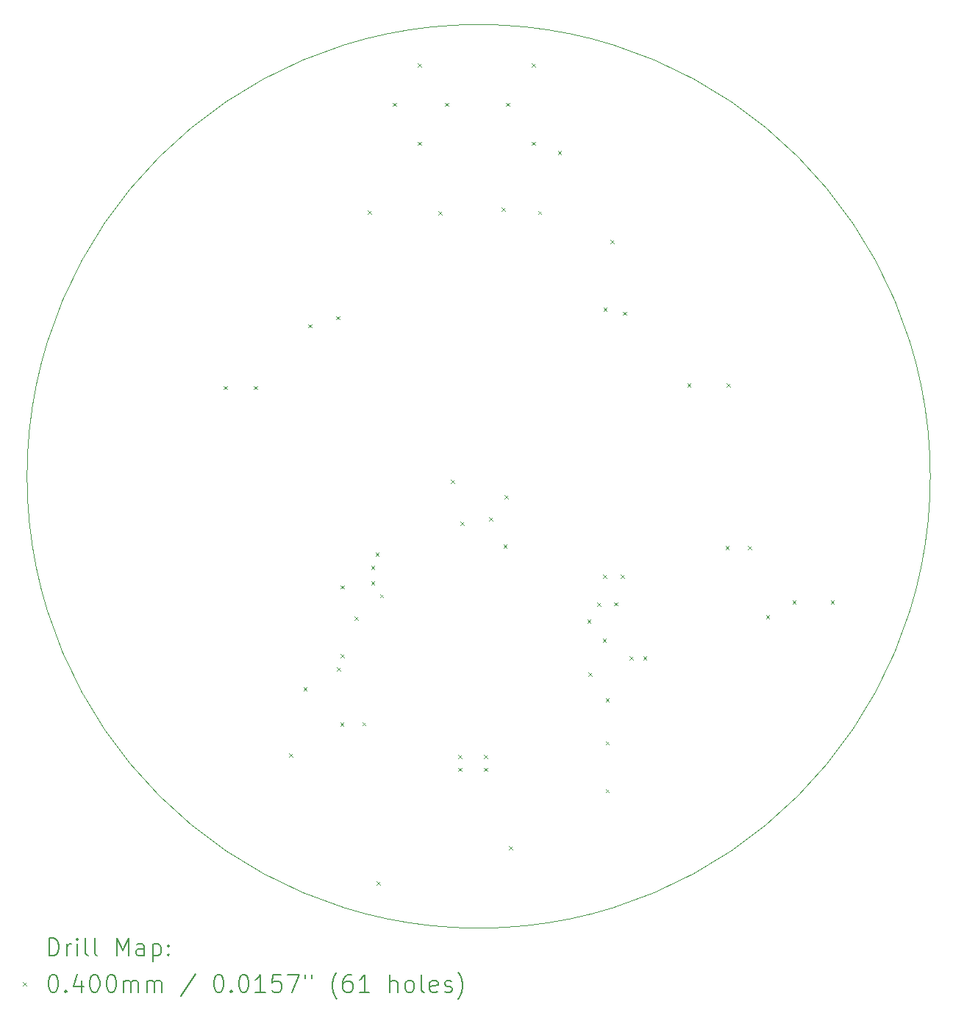
<source format=gbr>
%TF.GenerationSoftware,KiCad,Pcbnew,7.0.9*%
%TF.CreationDate,2024-01-26T12:36:04+01:00*%
%TF.ProjectId,maglev26,6d61676c-6576-4323-962e-6b696361645f,1.0*%
%TF.SameCoordinates,Original*%
%TF.FileFunction,Drillmap*%
%TF.FilePolarity,Positive*%
%FSLAX45Y45*%
G04 Gerber Fmt 4.5, Leading zero omitted, Abs format (unit mm)*
G04 Created by KiCad (PCBNEW 7.0.9) date 2024-01-26 12:36:04*
%MOMM*%
%LPD*%
G01*
G04 APERTURE LIST*
%ADD10C,0.100000*%
%ADD11C,0.200000*%
G04 APERTURE END LIST*
D10*
X19818250Y-9925000D02*
G75*
G03*
X19818250Y-9925000I-5200000J0D01*
G01*
D11*
D10*
X11680000Y-8884040D02*
X11720000Y-8924040D01*
X11720000Y-8884040D02*
X11680000Y-8924040D01*
X12030000Y-8884040D02*
X12070000Y-8924040D01*
X12070000Y-8884040D02*
X12030000Y-8924040D01*
X12437400Y-13113100D02*
X12477400Y-13153100D01*
X12477400Y-13113100D02*
X12437400Y-13153100D01*
X12600000Y-12354040D02*
X12640000Y-12394040D01*
X12640000Y-12354040D02*
X12600000Y-12394040D01*
X12654600Y-8174040D02*
X12694600Y-8214040D01*
X12694600Y-8174040D02*
X12654600Y-8214040D01*
X12980000Y-8080000D02*
X13020000Y-8120000D01*
X13020000Y-8080000D02*
X12980000Y-8120000D01*
X12984800Y-12121200D02*
X13024800Y-12161200D01*
X13024800Y-12121200D02*
X12984800Y-12161200D01*
X13022900Y-12758740D02*
X13062900Y-12798740D01*
X13062900Y-12758740D02*
X13022900Y-12798740D01*
X13030000Y-11180000D02*
X13070000Y-11220000D01*
X13070000Y-11180000D02*
X13030000Y-11220000D01*
X13030000Y-11968800D02*
X13070000Y-12008800D01*
X13070000Y-11968800D02*
X13030000Y-12008800D01*
X13188000Y-11537000D02*
X13228000Y-11577000D01*
X13228000Y-11537000D02*
X13188000Y-11577000D01*
X13276900Y-12753660D02*
X13316900Y-12793660D01*
X13316900Y-12753660D02*
X13276900Y-12793660D01*
X13340400Y-6863400D02*
X13380400Y-6903400D01*
X13380400Y-6863400D02*
X13340400Y-6903400D01*
X13380000Y-10952800D02*
X13420000Y-10992800D01*
X13420000Y-10952800D02*
X13380000Y-10992800D01*
X13380000Y-11130600D02*
X13420000Y-11170600D01*
X13420000Y-11130600D02*
X13380000Y-11170600D01*
X13430000Y-10800400D02*
X13470000Y-10840400D01*
X13470000Y-10800400D02*
X13430000Y-10840400D01*
X13442000Y-14585000D02*
X13482000Y-14625000D01*
X13482000Y-14585000D02*
X13442000Y-14625000D01*
X13480000Y-11280000D02*
X13520000Y-11320000D01*
X13520000Y-11280000D02*
X13480000Y-11320000D01*
X13630000Y-5624040D02*
X13670000Y-5664040D01*
X13670000Y-5624040D02*
X13630000Y-5664040D01*
X13920000Y-5174040D02*
X13960000Y-5214040D01*
X13960000Y-5174040D02*
X13920000Y-5214040D01*
X13920000Y-6074040D02*
X13960000Y-6114040D01*
X13960000Y-6074040D02*
X13920000Y-6114040D01*
X14153200Y-6876100D02*
X14193200Y-6916100D01*
X14193200Y-6876100D02*
X14153200Y-6916100D01*
X14230000Y-5624040D02*
X14270000Y-5664040D01*
X14270000Y-5624040D02*
X14230000Y-5664040D01*
X14295440Y-9964560D02*
X14335440Y-10004560D01*
X14335440Y-9964560D02*
X14295440Y-10004560D01*
X14380000Y-13130000D02*
X14420000Y-13170000D01*
X14420000Y-13130000D02*
X14380000Y-13170000D01*
X14380000Y-13280000D02*
X14420000Y-13320000D01*
X14420000Y-13280000D02*
X14380000Y-13320000D01*
X14407200Y-10444800D02*
X14447200Y-10484800D01*
X14447200Y-10444800D02*
X14407200Y-10484800D01*
X14680000Y-13130000D02*
X14720000Y-13170000D01*
X14720000Y-13130000D02*
X14680000Y-13170000D01*
X14680000Y-13280000D02*
X14720000Y-13320000D01*
X14720000Y-13280000D02*
X14680000Y-13320000D01*
X14737400Y-10394000D02*
X14777400Y-10434000D01*
X14777400Y-10394000D02*
X14737400Y-10434000D01*
X14880000Y-6830000D02*
X14920000Y-6870000D01*
X14920000Y-6830000D02*
X14880000Y-6870000D01*
X14902500Y-10711500D02*
X14942500Y-10751500D01*
X14942500Y-10711500D02*
X14902500Y-10751500D01*
X14913600Y-10139999D02*
X14953600Y-10179999D01*
X14953600Y-10139999D02*
X14913600Y-10179999D01*
X14930000Y-5624040D02*
X14970000Y-5664040D01*
X14970000Y-5624040D02*
X14930000Y-5664040D01*
X14966001Y-14177715D02*
X15006001Y-14217715D01*
X15006001Y-14177715D02*
X14966001Y-14217715D01*
X15230000Y-5174040D02*
X15270000Y-5214040D01*
X15270000Y-5174040D02*
X15230000Y-5214040D01*
X15230000Y-6074040D02*
X15270000Y-6114040D01*
X15270000Y-6074040D02*
X15230000Y-6114040D01*
X15301000Y-6869040D02*
X15341000Y-6909040D01*
X15341000Y-6869040D02*
X15301000Y-6909040D01*
X15530000Y-6180000D02*
X15570000Y-6220000D01*
X15570000Y-6180000D02*
X15530000Y-6220000D01*
X15867700Y-11575100D02*
X15907700Y-11615100D01*
X15907700Y-11575100D02*
X15867700Y-11615100D01*
X15880000Y-12180000D02*
X15920000Y-12220000D01*
X15920000Y-12180000D02*
X15880000Y-12220000D01*
X15980000Y-11380000D02*
X16020000Y-11420000D01*
X16020000Y-11380000D02*
X15980000Y-11420000D01*
X16045500Y-11791000D02*
X16085500Y-11831000D01*
X16085500Y-11791000D02*
X16045500Y-11831000D01*
X16048000Y-11056040D02*
X16088000Y-11096040D01*
X16088000Y-11056040D02*
X16048000Y-11096040D01*
X16055000Y-7980000D02*
X16095000Y-8020000D01*
X16095000Y-7980000D02*
X16055000Y-8020000D01*
X16080000Y-12480000D02*
X16120000Y-12520000D01*
X16120000Y-12480000D02*
X16080000Y-12520000D01*
X16080000Y-12974040D02*
X16120000Y-13014040D01*
X16120000Y-12974040D02*
X16080000Y-13014040D01*
X16080000Y-13524040D02*
X16120000Y-13564040D01*
X16120000Y-13524040D02*
X16080000Y-13564040D01*
X16134400Y-7206300D02*
X16174400Y-7246300D01*
X16174400Y-7206300D02*
X16134400Y-7246300D01*
X16180000Y-11374040D02*
X16220000Y-11414040D01*
X16220000Y-11374040D02*
X16180000Y-11414040D01*
X16254999Y-11055000D02*
X16294999Y-11095000D01*
X16294999Y-11055000D02*
X16254999Y-11095000D01*
X16280000Y-8030000D02*
X16320000Y-8070000D01*
X16320000Y-8030000D02*
X16280000Y-8070000D01*
X16357920Y-11994200D02*
X16397920Y-12034200D01*
X16397920Y-11994200D02*
X16357920Y-12034200D01*
X16511620Y-11997980D02*
X16551620Y-12037980D01*
X16551620Y-11997980D02*
X16511620Y-12037980D01*
X17020000Y-8854040D02*
X17060000Y-8894040D01*
X17060000Y-8854040D02*
X17020000Y-8894040D01*
X17460280Y-10724040D02*
X17500280Y-10764040D01*
X17500280Y-10724040D02*
X17460280Y-10764040D01*
X17470000Y-8854040D02*
X17510000Y-8894040D01*
X17510000Y-8854040D02*
X17470000Y-8894040D01*
X17719360Y-10724040D02*
X17759360Y-10764040D01*
X17759360Y-10724040D02*
X17719360Y-10764040D01*
X17925100Y-11524140D02*
X17965100Y-11564140D01*
X17965100Y-11524140D02*
X17925100Y-11564140D01*
X18230000Y-11354040D02*
X18270000Y-11394040D01*
X18270000Y-11354040D02*
X18230000Y-11394040D01*
X18670000Y-11354040D02*
X18710000Y-11394040D01*
X18710000Y-11354040D02*
X18670000Y-11394040D01*
D11*
X9674027Y-15441484D02*
X9674027Y-15241484D01*
X9674027Y-15241484D02*
X9721646Y-15241484D01*
X9721646Y-15241484D02*
X9750217Y-15251008D01*
X9750217Y-15251008D02*
X9769265Y-15270055D01*
X9769265Y-15270055D02*
X9778789Y-15289103D01*
X9778789Y-15289103D02*
X9788313Y-15327198D01*
X9788313Y-15327198D02*
X9788313Y-15355769D01*
X9788313Y-15355769D02*
X9778789Y-15393865D01*
X9778789Y-15393865D02*
X9769265Y-15412912D01*
X9769265Y-15412912D02*
X9750217Y-15431960D01*
X9750217Y-15431960D02*
X9721646Y-15441484D01*
X9721646Y-15441484D02*
X9674027Y-15441484D01*
X9874027Y-15441484D02*
X9874027Y-15308150D01*
X9874027Y-15346246D02*
X9883551Y-15327198D01*
X9883551Y-15327198D02*
X9893074Y-15317674D01*
X9893074Y-15317674D02*
X9912122Y-15308150D01*
X9912122Y-15308150D02*
X9931170Y-15308150D01*
X9997836Y-15441484D02*
X9997836Y-15308150D01*
X9997836Y-15241484D02*
X9988313Y-15251008D01*
X9988313Y-15251008D02*
X9997836Y-15260531D01*
X9997836Y-15260531D02*
X10007360Y-15251008D01*
X10007360Y-15251008D02*
X9997836Y-15241484D01*
X9997836Y-15241484D02*
X9997836Y-15260531D01*
X10121646Y-15441484D02*
X10102598Y-15431960D01*
X10102598Y-15431960D02*
X10093074Y-15412912D01*
X10093074Y-15412912D02*
X10093074Y-15241484D01*
X10226408Y-15441484D02*
X10207360Y-15431960D01*
X10207360Y-15431960D02*
X10197836Y-15412912D01*
X10197836Y-15412912D02*
X10197836Y-15241484D01*
X10454979Y-15441484D02*
X10454979Y-15241484D01*
X10454979Y-15241484D02*
X10521646Y-15384341D01*
X10521646Y-15384341D02*
X10588313Y-15241484D01*
X10588313Y-15241484D02*
X10588313Y-15441484D01*
X10769265Y-15441484D02*
X10769265Y-15336722D01*
X10769265Y-15336722D02*
X10759741Y-15317674D01*
X10759741Y-15317674D02*
X10740694Y-15308150D01*
X10740694Y-15308150D02*
X10702598Y-15308150D01*
X10702598Y-15308150D02*
X10683551Y-15317674D01*
X10769265Y-15431960D02*
X10750217Y-15441484D01*
X10750217Y-15441484D02*
X10702598Y-15441484D01*
X10702598Y-15441484D02*
X10683551Y-15431960D01*
X10683551Y-15431960D02*
X10674027Y-15412912D01*
X10674027Y-15412912D02*
X10674027Y-15393865D01*
X10674027Y-15393865D02*
X10683551Y-15374817D01*
X10683551Y-15374817D02*
X10702598Y-15365293D01*
X10702598Y-15365293D02*
X10750217Y-15365293D01*
X10750217Y-15365293D02*
X10769265Y-15355769D01*
X10864503Y-15308150D02*
X10864503Y-15508150D01*
X10864503Y-15317674D02*
X10883551Y-15308150D01*
X10883551Y-15308150D02*
X10921646Y-15308150D01*
X10921646Y-15308150D02*
X10940694Y-15317674D01*
X10940694Y-15317674D02*
X10950217Y-15327198D01*
X10950217Y-15327198D02*
X10959741Y-15346246D01*
X10959741Y-15346246D02*
X10959741Y-15403388D01*
X10959741Y-15403388D02*
X10950217Y-15422436D01*
X10950217Y-15422436D02*
X10940694Y-15431960D01*
X10940694Y-15431960D02*
X10921646Y-15441484D01*
X10921646Y-15441484D02*
X10883551Y-15441484D01*
X10883551Y-15441484D02*
X10864503Y-15431960D01*
X11045455Y-15422436D02*
X11054979Y-15431960D01*
X11054979Y-15431960D02*
X11045455Y-15441484D01*
X11045455Y-15441484D02*
X11035932Y-15431960D01*
X11035932Y-15431960D02*
X11045455Y-15422436D01*
X11045455Y-15422436D02*
X11045455Y-15441484D01*
X11045455Y-15317674D02*
X11054979Y-15327198D01*
X11054979Y-15327198D02*
X11045455Y-15336722D01*
X11045455Y-15336722D02*
X11035932Y-15327198D01*
X11035932Y-15327198D02*
X11045455Y-15317674D01*
X11045455Y-15317674D02*
X11045455Y-15336722D01*
D10*
X9373250Y-15750000D02*
X9413250Y-15790000D01*
X9413250Y-15750000D02*
X9373250Y-15790000D01*
D11*
X9712122Y-15661484D02*
X9731170Y-15661484D01*
X9731170Y-15661484D02*
X9750217Y-15671008D01*
X9750217Y-15671008D02*
X9759741Y-15680531D01*
X9759741Y-15680531D02*
X9769265Y-15699579D01*
X9769265Y-15699579D02*
X9778789Y-15737674D01*
X9778789Y-15737674D02*
X9778789Y-15785293D01*
X9778789Y-15785293D02*
X9769265Y-15823388D01*
X9769265Y-15823388D02*
X9759741Y-15842436D01*
X9759741Y-15842436D02*
X9750217Y-15851960D01*
X9750217Y-15851960D02*
X9731170Y-15861484D01*
X9731170Y-15861484D02*
X9712122Y-15861484D01*
X9712122Y-15861484D02*
X9693074Y-15851960D01*
X9693074Y-15851960D02*
X9683551Y-15842436D01*
X9683551Y-15842436D02*
X9674027Y-15823388D01*
X9674027Y-15823388D02*
X9664503Y-15785293D01*
X9664503Y-15785293D02*
X9664503Y-15737674D01*
X9664503Y-15737674D02*
X9674027Y-15699579D01*
X9674027Y-15699579D02*
X9683551Y-15680531D01*
X9683551Y-15680531D02*
X9693074Y-15671008D01*
X9693074Y-15671008D02*
X9712122Y-15661484D01*
X9864503Y-15842436D02*
X9874027Y-15851960D01*
X9874027Y-15851960D02*
X9864503Y-15861484D01*
X9864503Y-15861484D02*
X9854979Y-15851960D01*
X9854979Y-15851960D02*
X9864503Y-15842436D01*
X9864503Y-15842436D02*
X9864503Y-15861484D01*
X10045455Y-15728150D02*
X10045455Y-15861484D01*
X9997836Y-15651960D02*
X9950217Y-15794817D01*
X9950217Y-15794817D02*
X10074027Y-15794817D01*
X10188313Y-15661484D02*
X10207360Y-15661484D01*
X10207360Y-15661484D02*
X10226408Y-15671008D01*
X10226408Y-15671008D02*
X10235932Y-15680531D01*
X10235932Y-15680531D02*
X10245455Y-15699579D01*
X10245455Y-15699579D02*
X10254979Y-15737674D01*
X10254979Y-15737674D02*
X10254979Y-15785293D01*
X10254979Y-15785293D02*
X10245455Y-15823388D01*
X10245455Y-15823388D02*
X10235932Y-15842436D01*
X10235932Y-15842436D02*
X10226408Y-15851960D01*
X10226408Y-15851960D02*
X10207360Y-15861484D01*
X10207360Y-15861484D02*
X10188313Y-15861484D01*
X10188313Y-15861484D02*
X10169265Y-15851960D01*
X10169265Y-15851960D02*
X10159741Y-15842436D01*
X10159741Y-15842436D02*
X10150217Y-15823388D01*
X10150217Y-15823388D02*
X10140694Y-15785293D01*
X10140694Y-15785293D02*
X10140694Y-15737674D01*
X10140694Y-15737674D02*
X10150217Y-15699579D01*
X10150217Y-15699579D02*
X10159741Y-15680531D01*
X10159741Y-15680531D02*
X10169265Y-15671008D01*
X10169265Y-15671008D02*
X10188313Y-15661484D01*
X10378789Y-15661484D02*
X10397836Y-15661484D01*
X10397836Y-15661484D02*
X10416884Y-15671008D01*
X10416884Y-15671008D02*
X10426408Y-15680531D01*
X10426408Y-15680531D02*
X10435932Y-15699579D01*
X10435932Y-15699579D02*
X10445455Y-15737674D01*
X10445455Y-15737674D02*
X10445455Y-15785293D01*
X10445455Y-15785293D02*
X10435932Y-15823388D01*
X10435932Y-15823388D02*
X10426408Y-15842436D01*
X10426408Y-15842436D02*
X10416884Y-15851960D01*
X10416884Y-15851960D02*
X10397836Y-15861484D01*
X10397836Y-15861484D02*
X10378789Y-15861484D01*
X10378789Y-15861484D02*
X10359741Y-15851960D01*
X10359741Y-15851960D02*
X10350217Y-15842436D01*
X10350217Y-15842436D02*
X10340694Y-15823388D01*
X10340694Y-15823388D02*
X10331170Y-15785293D01*
X10331170Y-15785293D02*
X10331170Y-15737674D01*
X10331170Y-15737674D02*
X10340694Y-15699579D01*
X10340694Y-15699579D02*
X10350217Y-15680531D01*
X10350217Y-15680531D02*
X10359741Y-15671008D01*
X10359741Y-15671008D02*
X10378789Y-15661484D01*
X10531170Y-15861484D02*
X10531170Y-15728150D01*
X10531170Y-15747198D02*
X10540694Y-15737674D01*
X10540694Y-15737674D02*
X10559741Y-15728150D01*
X10559741Y-15728150D02*
X10588313Y-15728150D01*
X10588313Y-15728150D02*
X10607360Y-15737674D01*
X10607360Y-15737674D02*
X10616884Y-15756722D01*
X10616884Y-15756722D02*
X10616884Y-15861484D01*
X10616884Y-15756722D02*
X10626408Y-15737674D01*
X10626408Y-15737674D02*
X10645455Y-15728150D01*
X10645455Y-15728150D02*
X10674027Y-15728150D01*
X10674027Y-15728150D02*
X10693075Y-15737674D01*
X10693075Y-15737674D02*
X10702598Y-15756722D01*
X10702598Y-15756722D02*
X10702598Y-15861484D01*
X10797836Y-15861484D02*
X10797836Y-15728150D01*
X10797836Y-15747198D02*
X10807360Y-15737674D01*
X10807360Y-15737674D02*
X10826408Y-15728150D01*
X10826408Y-15728150D02*
X10854979Y-15728150D01*
X10854979Y-15728150D02*
X10874027Y-15737674D01*
X10874027Y-15737674D02*
X10883551Y-15756722D01*
X10883551Y-15756722D02*
X10883551Y-15861484D01*
X10883551Y-15756722D02*
X10893075Y-15737674D01*
X10893075Y-15737674D02*
X10912122Y-15728150D01*
X10912122Y-15728150D02*
X10940694Y-15728150D01*
X10940694Y-15728150D02*
X10959741Y-15737674D01*
X10959741Y-15737674D02*
X10969265Y-15756722D01*
X10969265Y-15756722D02*
X10969265Y-15861484D01*
X11359741Y-15651960D02*
X11188313Y-15909103D01*
X11616884Y-15661484D02*
X11635932Y-15661484D01*
X11635932Y-15661484D02*
X11654979Y-15671008D01*
X11654979Y-15671008D02*
X11664503Y-15680531D01*
X11664503Y-15680531D02*
X11674027Y-15699579D01*
X11674027Y-15699579D02*
X11683551Y-15737674D01*
X11683551Y-15737674D02*
X11683551Y-15785293D01*
X11683551Y-15785293D02*
X11674027Y-15823388D01*
X11674027Y-15823388D02*
X11664503Y-15842436D01*
X11664503Y-15842436D02*
X11654979Y-15851960D01*
X11654979Y-15851960D02*
X11635932Y-15861484D01*
X11635932Y-15861484D02*
X11616884Y-15861484D01*
X11616884Y-15861484D02*
X11597836Y-15851960D01*
X11597836Y-15851960D02*
X11588313Y-15842436D01*
X11588313Y-15842436D02*
X11578789Y-15823388D01*
X11578789Y-15823388D02*
X11569265Y-15785293D01*
X11569265Y-15785293D02*
X11569265Y-15737674D01*
X11569265Y-15737674D02*
X11578789Y-15699579D01*
X11578789Y-15699579D02*
X11588313Y-15680531D01*
X11588313Y-15680531D02*
X11597836Y-15671008D01*
X11597836Y-15671008D02*
X11616884Y-15661484D01*
X11769265Y-15842436D02*
X11778789Y-15851960D01*
X11778789Y-15851960D02*
X11769265Y-15861484D01*
X11769265Y-15861484D02*
X11759741Y-15851960D01*
X11759741Y-15851960D02*
X11769265Y-15842436D01*
X11769265Y-15842436D02*
X11769265Y-15861484D01*
X11902598Y-15661484D02*
X11921646Y-15661484D01*
X11921646Y-15661484D02*
X11940694Y-15671008D01*
X11940694Y-15671008D02*
X11950217Y-15680531D01*
X11950217Y-15680531D02*
X11959741Y-15699579D01*
X11959741Y-15699579D02*
X11969265Y-15737674D01*
X11969265Y-15737674D02*
X11969265Y-15785293D01*
X11969265Y-15785293D02*
X11959741Y-15823388D01*
X11959741Y-15823388D02*
X11950217Y-15842436D01*
X11950217Y-15842436D02*
X11940694Y-15851960D01*
X11940694Y-15851960D02*
X11921646Y-15861484D01*
X11921646Y-15861484D02*
X11902598Y-15861484D01*
X11902598Y-15861484D02*
X11883551Y-15851960D01*
X11883551Y-15851960D02*
X11874027Y-15842436D01*
X11874027Y-15842436D02*
X11864503Y-15823388D01*
X11864503Y-15823388D02*
X11854979Y-15785293D01*
X11854979Y-15785293D02*
X11854979Y-15737674D01*
X11854979Y-15737674D02*
X11864503Y-15699579D01*
X11864503Y-15699579D02*
X11874027Y-15680531D01*
X11874027Y-15680531D02*
X11883551Y-15671008D01*
X11883551Y-15671008D02*
X11902598Y-15661484D01*
X12159741Y-15861484D02*
X12045456Y-15861484D01*
X12102598Y-15861484D02*
X12102598Y-15661484D01*
X12102598Y-15661484D02*
X12083551Y-15690055D01*
X12083551Y-15690055D02*
X12064503Y-15709103D01*
X12064503Y-15709103D02*
X12045456Y-15718627D01*
X12340694Y-15661484D02*
X12245456Y-15661484D01*
X12245456Y-15661484D02*
X12235932Y-15756722D01*
X12235932Y-15756722D02*
X12245456Y-15747198D01*
X12245456Y-15747198D02*
X12264503Y-15737674D01*
X12264503Y-15737674D02*
X12312122Y-15737674D01*
X12312122Y-15737674D02*
X12331170Y-15747198D01*
X12331170Y-15747198D02*
X12340694Y-15756722D01*
X12340694Y-15756722D02*
X12350217Y-15775769D01*
X12350217Y-15775769D02*
X12350217Y-15823388D01*
X12350217Y-15823388D02*
X12340694Y-15842436D01*
X12340694Y-15842436D02*
X12331170Y-15851960D01*
X12331170Y-15851960D02*
X12312122Y-15861484D01*
X12312122Y-15861484D02*
X12264503Y-15861484D01*
X12264503Y-15861484D02*
X12245456Y-15851960D01*
X12245456Y-15851960D02*
X12235932Y-15842436D01*
X12416884Y-15661484D02*
X12550217Y-15661484D01*
X12550217Y-15661484D02*
X12464503Y-15861484D01*
X12616884Y-15661484D02*
X12616884Y-15699579D01*
X12693075Y-15661484D02*
X12693075Y-15699579D01*
X12988313Y-15937674D02*
X12978789Y-15928150D01*
X12978789Y-15928150D02*
X12959741Y-15899579D01*
X12959741Y-15899579D02*
X12950218Y-15880531D01*
X12950218Y-15880531D02*
X12940694Y-15851960D01*
X12940694Y-15851960D02*
X12931170Y-15804341D01*
X12931170Y-15804341D02*
X12931170Y-15766246D01*
X12931170Y-15766246D02*
X12940694Y-15718627D01*
X12940694Y-15718627D02*
X12950218Y-15690055D01*
X12950218Y-15690055D02*
X12959741Y-15671008D01*
X12959741Y-15671008D02*
X12978789Y-15642436D01*
X12978789Y-15642436D02*
X12988313Y-15632912D01*
X13150218Y-15661484D02*
X13112122Y-15661484D01*
X13112122Y-15661484D02*
X13093075Y-15671008D01*
X13093075Y-15671008D02*
X13083551Y-15680531D01*
X13083551Y-15680531D02*
X13064503Y-15709103D01*
X13064503Y-15709103D02*
X13054979Y-15747198D01*
X13054979Y-15747198D02*
X13054979Y-15823388D01*
X13054979Y-15823388D02*
X13064503Y-15842436D01*
X13064503Y-15842436D02*
X13074027Y-15851960D01*
X13074027Y-15851960D02*
X13093075Y-15861484D01*
X13093075Y-15861484D02*
X13131170Y-15861484D01*
X13131170Y-15861484D02*
X13150218Y-15851960D01*
X13150218Y-15851960D02*
X13159741Y-15842436D01*
X13159741Y-15842436D02*
X13169265Y-15823388D01*
X13169265Y-15823388D02*
X13169265Y-15775769D01*
X13169265Y-15775769D02*
X13159741Y-15756722D01*
X13159741Y-15756722D02*
X13150218Y-15747198D01*
X13150218Y-15747198D02*
X13131170Y-15737674D01*
X13131170Y-15737674D02*
X13093075Y-15737674D01*
X13093075Y-15737674D02*
X13074027Y-15747198D01*
X13074027Y-15747198D02*
X13064503Y-15756722D01*
X13064503Y-15756722D02*
X13054979Y-15775769D01*
X13359741Y-15861484D02*
X13245456Y-15861484D01*
X13302598Y-15861484D02*
X13302598Y-15661484D01*
X13302598Y-15661484D02*
X13283551Y-15690055D01*
X13283551Y-15690055D02*
X13264503Y-15709103D01*
X13264503Y-15709103D02*
X13245456Y-15718627D01*
X13597837Y-15861484D02*
X13597837Y-15661484D01*
X13683551Y-15861484D02*
X13683551Y-15756722D01*
X13683551Y-15756722D02*
X13674027Y-15737674D01*
X13674027Y-15737674D02*
X13654980Y-15728150D01*
X13654980Y-15728150D02*
X13626408Y-15728150D01*
X13626408Y-15728150D02*
X13607360Y-15737674D01*
X13607360Y-15737674D02*
X13597837Y-15747198D01*
X13807360Y-15861484D02*
X13788313Y-15851960D01*
X13788313Y-15851960D02*
X13778789Y-15842436D01*
X13778789Y-15842436D02*
X13769265Y-15823388D01*
X13769265Y-15823388D02*
X13769265Y-15766246D01*
X13769265Y-15766246D02*
X13778789Y-15747198D01*
X13778789Y-15747198D02*
X13788313Y-15737674D01*
X13788313Y-15737674D02*
X13807360Y-15728150D01*
X13807360Y-15728150D02*
X13835932Y-15728150D01*
X13835932Y-15728150D02*
X13854980Y-15737674D01*
X13854980Y-15737674D02*
X13864503Y-15747198D01*
X13864503Y-15747198D02*
X13874027Y-15766246D01*
X13874027Y-15766246D02*
X13874027Y-15823388D01*
X13874027Y-15823388D02*
X13864503Y-15842436D01*
X13864503Y-15842436D02*
X13854980Y-15851960D01*
X13854980Y-15851960D02*
X13835932Y-15861484D01*
X13835932Y-15861484D02*
X13807360Y-15861484D01*
X13988313Y-15861484D02*
X13969265Y-15851960D01*
X13969265Y-15851960D02*
X13959741Y-15832912D01*
X13959741Y-15832912D02*
X13959741Y-15661484D01*
X14140694Y-15851960D02*
X14121646Y-15861484D01*
X14121646Y-15861484D02*
X14083551Y-15861484D01*
X14083551Y-15861484D02*
X14064503Y-15851960D01*
X14064503Y-15851960D02*
X14054980Y-15832912D01*
X14054980Y-15832912D02*
X14054980Y-15756722D01*
X14054980Y-15756722D02*
X14064503Y-15737674D01*
X14064503Y-15737674D02*
X14083551Y-15728150D01*
X14083551Y-15728150D02*
X14121646Y-15728150D01*
X14121646Y-15728150D02*
X14140694Y-15737674D01*
X14140694Y-15737674D02*
X14150218Y-15756722D01*
X14150218Y-15756722D02*
X14150218Y-15775769D01*
X14150218Y-15775769D02*
X14054980Y-15794817D01*
X14226408Y-15851960D02*
X14245456Y-15861484D01*
X14245456Y-15861484D02*
X14283551Y-15861484D01*
X14283551Y-15861484D02*
X14302599Y-15851960D01*
X14302599Y-15851960D02*
X14312122Y-15832912D01*
X14312122Y-15832912D02*
X14312122Y-15823388D01*
X14312122Y-15823388D02*
X14302599Y-15804341D01*
X14302599Y-15804341D02*
X14283551Y-15794817D01*
X14283551Y-15794817D02*
X14254980Y-15794817D01*
X14254980Y-15794817D02*
X14235932Y-15785293D01*
X14235932Y-15785293D02*
X14226408Y-15766246D01*
X14226408Y-15766246D02*
X14226408Y-15756722D01*
X14226408Y-15756722D02*
X14235932Y-15737674D01*
X14235932Y-15737674D02*
X14254980Y-15728150D01*
X14254980Y-15728150D02*
X14283551Y-15728150D01*
X14283551Y-15728150D02*
X14302599Y-15737674D01*
X14378789Y-15937674D02*
X14388313Y-15928150D01*
X14388313Y-15928150D02*
X14407361Y-15899579D01*
X14407361Y-15899579D02*
X14416884Y-15880531D01*
X14416884Y-15880531D02*
X14426408Y-15851960D01*
X14426408Y-15851960D02*
X14435932Y-15804341D01*
X14435932Y-15804341D02*
X14435932Y-15766246D01*
X14435932Y-15766246D02*
X14426408Y-15718627D01*
X14426408Y-15718627D02*
X14416884Y-15690055D01*
X14416884Y-15690055D02*
X14407361Y-15671008D01*
X14407361Y-15671008D02*
X14388313Y-15642436D01*
X14388313Y-15642436D02*
X14378789Y-15632912D01*
M02*

</source>
